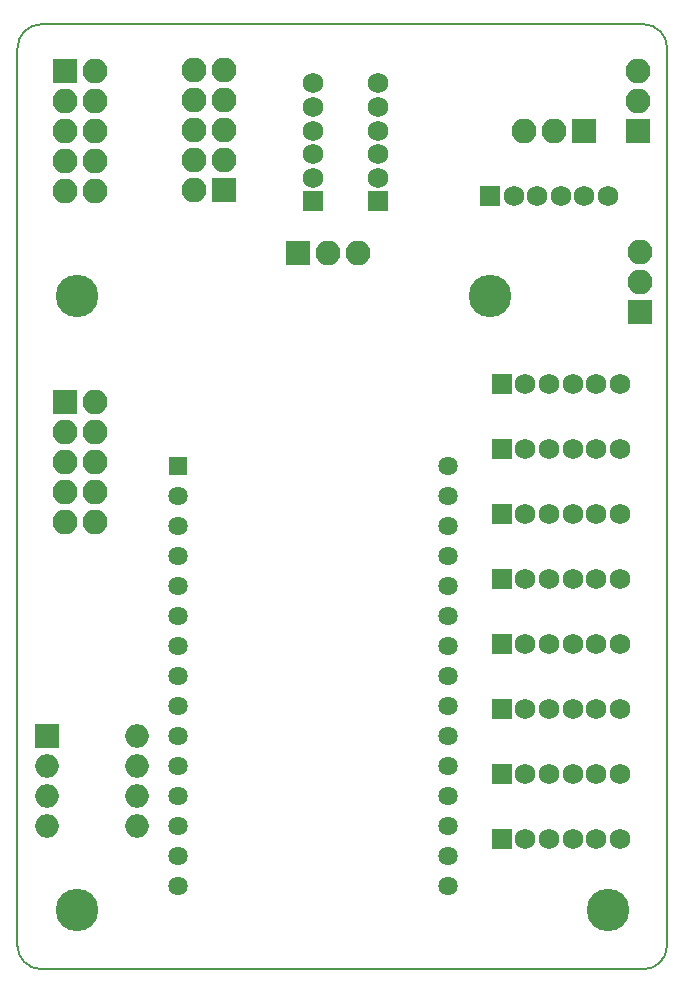
<source format=gbr>
G04 #@! TF.GenerationSoftware,KiCad,Pcbnew,(5.0.0-rc2-190-gf634b7565)*
G04 #@! TF.CreationDate,2018-07-09T23:29:34+02:00*
G04 #@! TF.ProjectId,IoP-mux8-1B,496F502D6D7578382D31422E6B696361,rev?*
G04 #@! TF.SameCoordinates,Original*
G04 #@! TF.FileFunction,Soldermask,Bot*
G04 #@! TF.FilePolarity,Negative*
%FSLAX46Y46*%
G04 Gerber Fmt 4.6, Leading zero omitted, Abs format (unit mm)*
G04 Created by KiCad (PCBNEW (5.0.0-rc2-190-gf634b7565)) date 07/09/18 23:29:34*
%MOMM*%
%LPD*%
G01*
G04 APERTURE LIST*
%ADD10C,0.200000*%
%ADD11R,1.750000X1.750000*%
%ADD12C,1.750000*%
%ADD13R,2.100000X2.100000*%
%ADD14O,2.100000X2.100000*%
%ADD15R,2.000000X2.000000*%
%ADD16O,2.000000X2.000000*%
%ADD17C,1.635000*%
%ADD18R,1.635000X1.635000*%
%ADD19C,3.600000*%
G04 APERTURE END LIST*
D10*
X180000000Y-125000000D02*
G75*
G02X178000000Y-123000000I0J2000000D01*
G01*
X231000000Y-45000000D02*
G75*
G02X233000000Y-47000000I0J-2000000D01*
G01*
X233000000Y-123000000D02*
G75*
G02X231000000Y-125000000I-2000000J0D01*
G01*
X178000000Y-47000000D02*
G75*
G02X180000000Y-45000000I2000000J0D01*
G01*
X178000000Y-47000000D02*
X178000000Y-123000000D01*
X231000000Y-45000000D02*
X180000000Y-45000000D01*
X233000000Y-123000000D02*
X233000000Y-47000000D01*
X180000000Y-125000000D02*
X231000000Y-125000000D01*
D11*
G04 #@! TO.C,EXT4*
X219000000Y-92000000D03*
D12*
X221000000Y-92000000D03*
X223000000Y-92000000D03*
X225000000Y-92000000D03*
X227000000Y-92000000D03*
X229000000Y-92000000D03*
G04 #@! TD*
D13*
G04 #@! TO.C,JP4*
X201735000Y-64392000D03*
D14*
X204275000Y-64392000D03*
X206815000Y-64392000D03*
G04 #@! TD*
D15*
G04 #@! TO.C,SW1*
X180500000Y-105300000D03*
D16*
X188120000Y-112920000D03*
X180500000Y-107840000D03*
X188120000Y-110380000D03*
X180500000Y-110380000D03*
X188120000Y-107840000D03*
X180500000Y-112920000D03*
X188120000Y-105300000D03*
G04 #@! TD*
D12*
G04 #@! TO.C,MASTER0*
X228000000Y-59500000D03*
X226000000Y-59500000D03*
X224000000Y-59500000D03*
X222000000Y-59500000D03*
X220000000Y-59500000D03*
D11*
X218000000Y-59500000D03*
G04 #@! TD*
D17*
G04 #@! TO.C,U1*
X214430000Y-82440000D03*
X214430000Y-84980000D03*
X214430000Y-87520000D03*
X214430000Y-90060000D03*
X214430000Y-92600000D03*
X214430000Y-95140000D03*
X214430000Y-97680000D03*
X214430000Y-100220000D03*
X214430000Y-102760000D03*
X214430000Y-105300000D03*
X214430000Y-107840000D03*
X214430000Y-110380000D03*
X214430000Y-112920000D03*
X214430000Y-115460000D03*
X214430000Y-118000000D03*
X191570000Y-118000000D03*
X191570000Y-115460000D03*
X191570000Y-112920000D03*
X191570000Y-110380000D03*
X191570000Y-107840000D03*
X191570000Y-105300000D03*
X191570000Y-102760000D03*
X191570000Y-100220000D03*
X191570000Y-97680000D03*
X191570000Y-95140000D03*
X191570000Y-92600000D03*
X191570000Y-90060000D03*
X191570000Y-87520000D03*
X191570000Y-84980000D03*
D18*
X191570000Y-82440000D03*
G04 #@! TD*
D13*
G04 #@! TO.C,J1*
X182000000Y-49000000D03*
D14*
X184540000Y-49000000D03*
X182000000Y-51540000D03*
X184540000Y-51540000D03*
X182000000Y-54080000D03*
X184540000Y-54080000D03*
X182000000Y-56620000D03*
X184540000Y-56620000D03*
X182000000Y-59160000D03*
X184540000Y-59160000D03*
G04 #@! TD*
G04 #@! TO.C,J3*
X192960000Y-48840000D03*
X195500000Y-48840000D03*
X192960000Y-51380000D03*
X195500000Y-51380000D03*
X192960000Y-53920000D03*
X195500000Y-53920000D03*
X192960000Y-56460000D03*
X195500000Y-56460000D03*
X192960000Y-59000000D03*
D13*
X195500000Y-59000000D03*
G04 #@! TD*
D19*
G04 #@! TO.C,MK4*
X228000000Y-120000000D03*
G04 #@! TD*
G04 #@! TO.C,MK3*
X218000000Y-68000000D03*
G04 #@! TD*
G04 #@! TO.C,MK2*
X183000000Y-120000000D03*
G04 #@! TD*
G04 #@! TO.C,MK1*
X183000000Y-68000000D03*
G04 #@! TD*
D13*
G04 #@! TO.C,JP1*
X230700000Y-69400000D03*
D14*
X230700000Y-66860000D03*
X230700000Y-64320000D03*
G04 #@! TD*
G04 #@! TO.C,JP2*
X230500000Y-48920000D03*
X230500000Y-51460000D03*
D13*
X230500000Y-54000000D03*
G04 #@! TD*
G04 #@! TO.C,JP3*
X226000000Y-54000000D03*
D14*
X223460000Y-54000000D03*
X220920000Y-54000000D03*
G04 #@! TD*
D13*
G04 #@! TO.C,J2*
X182000000Y-77000000D03*
D14*
X184540000Y-77000000D03*
X182000000Y-79540000D03*
X184540000Y-79540000D03*
X182000000Y-82080000D03*
X184540000Y-82080000D03*
X182000000Y-84620000D03*
X184540000Y-84620000D03*
X182000000Y-87160000D03*
X184540000Y-87160000D03*
G04 #@! TD*
D11*
G04 #@! TO.C,EXT2*
X219000000Y-103000000D03*
D12*
X221000000Y-103000000D03*
X223000000Y-103000000D03*
X225000000Y-103000000D03*
X227000000Y-103000000D03*
X229000000Y-103000000D03*
G04 #@! TD*
G04 #@! TO.C,LOC1*
X203000000Y-50000000D03*
X203000000Y-52000000D03*
X203000000Y-54000000D03*
X203000000Y-56000000D03*
X203000000Y-58000000D03*
D11*
X203000000Y-60000000D03*
G04 #@! TD*
G04 #@! TO.C,LOC0*
X208500000Y-60000000D03*
D12*
X208500000Y-58000000D03*
X208500000Y-56000000D03*
X208500000Y-54000000D03*
X208500000Y-52000000D03*
X208500000Y-50000000D03*
G04 #@! TD*
D11*
G04 #@! TO.C,EXT0*
X219000000Y-114000000D03*
D12*
X221000000Y-114000000D03*
X223000000Y-114000000D03*
X225000000Y-114000000D03*
X227000000Y-114000000D03*
X229000000Y-114000000D03*
G04 #@! TD*
G04 #@! TO.C,EXT3*
X229000000Y-97500000D03*
X227000000Y-97500000D03*
X225000000Y-97500000D03*
X223000000Y-97500000D03*
X221000000Y-97500000D03*
D11*
X219000000Y-97500000D03*
G04 #@! TD*
D12*
G04 #@! TO.C,EXT6*
X229000000Y-81000000D03*
X227000000Y-81000000D03*
X225000000Y-81000000D03*
X223000000Y-81000000D03*
X221000000Y-81000000D03*
D11*
X219000000Y-81000000D03*
G04 #@! TD*
G04 #@! TO.C,EXT7*
X219000000Y-75500000D03*
D12*
X221000000Y-75500000D03*
X223000000Y-75500000D03*
X225000000Y-75500000D03*
X227000000Y-75500000D03*
X229000000Y-75500000D03*
G04 #@! TD*
G04 #@! TO.C,EXT5*
X229000000Y-86500000D03*
X227000000Y-86500000D03*
X225000000Y-86500000D03*
X223000000Y-86500000D03*
X221000000Y-86500000D03*
D11*
X219000000Y-86500000D03*
G04 #@! TD*
G04 #@! TO.C,EXT1*
X219000000Y-108500000D03*
D12*
X221000000Y-108500000D03*
X223000000Y-108500000D03*
X225000000Y-108500000D03*
X227000000Y-108500000D03*
X229000000Y-108500000D03*
G04 #@! TD*
M02*

</source>
